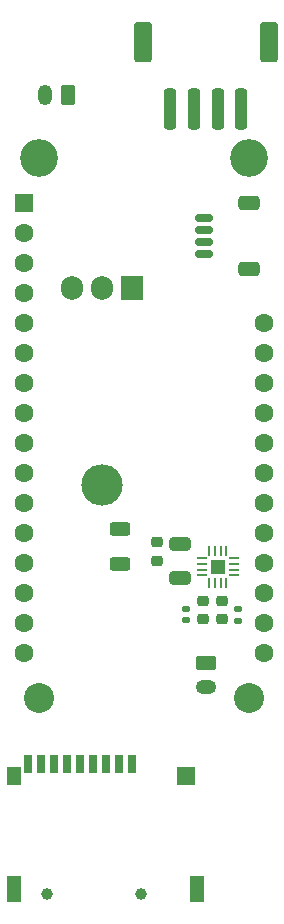
<source format=gbr>
%TF.GenerationSoftware,KiCad,Pcbnew,7.0.1*%
%TF.CreationDate,2023-03-30T16:52:30-04:00*%
%TF.ProjectId,system-board,73797374-656d-42d6-926f-6172642e6b69,rev?*%
%TF.SameCoordinates,Original*%
%TF.FileFunction,Soldermask,Top*%
%TF.FilePolarity,Negative*%
%FSLAX46Y46*%
G04 Gerber Fmt 4.6, Leading zero omitted, Abs format (unit mm)*
G04 Created by KiCad (PCBNEW 7.0.1) date 2023-03-30 16:52:30*
%MOMM*%
%LPD*%
G01*
G04 APERTURE LIST*
G04 Aperture macros list*
%AMRoundRect*
0 Rectangle with rounded corners*
0 $1 Rounding radius*
0 $2 $3 $4 $5 $6 $7 $8 $9 X,Y pos of 4 corners*
0 Add a 4 corners polygon primitive as box body*
4,1,4,$2,$3,$4,$5,$6,$7,$8,$9,$2,$3,0*
0 Add four circle primitives for the rounded corners*
1,1,$1+$1,$2,$3*
1,1,$1+$1,$4,$5*
1,1,$1+$1,$6,$7*
1,1,$1+$1,$8,$9*
0 Add four rect primitives between the rounded corners*
20,1,$1+$1,$2,$3,$4,$5,0*
20,1,$1+$1,$4,$5,$6,$7,0*
20,1,$1+$1,$6,$7,$8,$9,0*
20,1,$1+$1,$8,$9,$2,$3,0*%
G04 Aperture macros list end*
%ADD10R,0.700000X1.600000*%
%ADD11C,1.000000*%
%ADD12R,1.600000X1.500000*%
%ADD13R,1.200000X1.500000*%
%ADD14R,1.200000X2.200000*%
%ADD15RoundRect,0.150000X0.625000X-0.150000X0.625000X0.150000X-0.625000X0.150000X-0.625000X-0.150000X0*%
%ADD16RoundRect,0.250000X0.650000X-0.350000X0.650000X0.350000X-0.650000X0.350000X-0.650000X-0.350000X0*%
%ADD17RoundRect,0.218750X0.256250X-0.218750X0.256250X0.218750X-0.256250X0.218750X-0.256250X-0.218750X0*%
%ADD18RoundRect,0.140000X-0.170000X0.140000X-0.170000X-0.140000X0.170000X-0.140000X0.170000X0.140000X0*%
%ADD19RoundRect,0.250000X-0.625000X0.312500X-0.625000X-0.312500X0.625000X-0.312500X0.625000X0.312500X0*%
%ADD20RoundRect,0.250000X-0.625000X0.350000X-0.625000X-0.350000X0.625000X-0.350000X0.625000X0.350000X0*%
%ADD21O,1.750000X1.200000*%
%ADD22C,3.200000*%
%ADD23C,2.540000*%
%ADD24R,1.600000X1.600000*%
%ADD25C,1.600000*%
%ADD26RoundRect,0.250000X0.250000X1.500000X-0.250000X1.500000X-0.250000X-1.500000X0.250000X-1.500000X0*%
%ADD27RoundRect,0.250001X0.499999X1.449999X-0.499999X1.449999X-0.499999X-1.449999X0.499999X-1.449999X0*%
%ADD28RoundRect,0.250000X0.350000X0.625000X-0.350000X0.625000X-0.350000X-0.625000X0.350000X-0.625000X0*%
%ADD29O,1.200000X1.750000*%
%ADD30RoundRect,0.250000X-0.650000X0.325000X-0.650000X-0.325000X0.650000X-0.325000X0.650000X0.325000X0*%
%ADD31R,0.242474X0.857120*%
%ADD32RoundRect,0.121237X0.000000X0.307323X0.000000X-0.307323X0.000000X-0.307323X0.000000X0.307323X0*%
%ADD33RoundRect,0.121237X-0.307323X0.000000X-0.307323X0.000000X0.307323X0.000000X0.307323X0.000000X0*%
%ADD34R,1.250000X1.250000*%
%ADD35O,3.500000X3.500000*%
%ADD36R,1.905000X2.000000*%
%ADD37O,1.905000X2.000000*%
%ADD38RoundRect,0.225000X0.250000X-0.225000X0.250000X0.225000X-0.250000X0.225000X-0.250000X-0.225000X0*%
G04 APERTURE END LIST*
D10*
%TO.C,J1*%
X63300000Y-105350000D03*
X62200000Y-105350000D03*
X61100000Y-105350000D03*
X60000000Y-105350000D03*
X58900000Y-105350000D03*
X57800000Y-105350000D03*
X56700000Y-105350000D03*
X55600000Y-105350000D03*
X54500000Y-105350000D03*
D11*
X64100000Y-116350000D03*
X56100000Y-116350000D03*
D12*
X67900000Y-106350000D03*
D13*
X53300000Y-106350000D03*
D14*
X53300000Y-115950000D03*
X68800000Y-115950000D03*
%TD*%
D15*
%TO.C,J5*%
X69367893Y-62150000D03*
X69367893Y-61150000D03*
X69367893Y-60150000D03*
X69367893Y-59150000D03*
D16*
X73242893Y-63450000D03*
X73242893Y-57850000D03*
%TD*%
D17*
%TO.C,FB2*%
X69300000Y-93125550D03*
X69300000Y-91550550D03*
%TD*%
D18*
%TO.C,C3*%
X67900000Y-92250550D03*
X67900000Y-93210550D03*
%TD*%
D19*
%TO.C,R1*%
X62300000Y-85487500D03*
X62300000Y-88412500D03*
%TD*%
D20*
%TO.C,J2*%
X69600000Y-96850000D03*
D21*
X69600000Y-98850000D03*
%TD*%
D17*
%TO.C,FB1*%
X70900000Y-93125550D03*
X70900000Y-91550550D03*
%TD*%
D22*
%TO.C,A1*%
X55400000Y-54100000D03*
D23*
X55400000Y-99820000D03*
D22*
X73180000Y-54100000D03*
D23*
X73180000Y-99820000D03*
D24*
X54130000Y-57910000D03*
D25*
X54130000Y-60450000D03*
X54130000Y-62990000D03*
X54130000Y-65530000D03*
X54130000Y-68070000D03*
X54130000Y-70610000D03*
X54130000Y-73150000D03*
X54130000Y-75690000D03*
X54130000Y-78230000D03*
X54130000Y-80770000D03*
X54130000Y-83310000D03*
X54130000Y-85850000D03*
X54130000Y-88390000D03*
X54130000Y-90930000D03*
X54130000Y-93470000D03*
X54130000Y-96010000D03*
X74450000Y-96010000D03*
X74450000Y-93470000D03*
X74450000Y-90930000D03*
X74450000Y-88390000D03*
X74450000Y-85850000D03*
X74450000Y-83310000D03*
X74450000Y-80770000D03*
X74450000Y-78230000D03*
X74450000Y-75690000D03*
X74450000Y-73150000D03*
X74450000Y-70610000D03*
X74450000Y-68070000D03*
%TD*%
D26*
%TO.C,J4*%
X72550000Y-49950000D03*
X70550000Y-49950000D03*
X68550000Y-49950000D03*
X66550000Y-49950000D03*
D27*
X74900000Y-44200000D03*
X64200000Y-44200000D03*
%TD*%
D18*
%TO.C,C4*%
X72300000Y-92270550D03*
X72300000Y-93230550D03*
%TD*%
D28*
%TO.C,J3*%
X57900000Y-48750000D03*
D29*
X55900000Y-48750000D03*
%TD*%
D30*
%TO.C,C1*%
X67400000Y-86700000D03*
X67400000Y-89650000D03*
%TD*%
D31*
%TO.C,U1*%
X71300000Y-87300000D03*
D32*
X70800000Y-87300000D03*
X70300000Y-87300000D03*
X69800000Y-87300000D03*
D33*
X69199450Y-87900550D03*
X69199450Y-88400550D03*
X69199450Y-88900550D03*
X69199450Y-89400550D03*
D32*
X69800000Y-90001100D03*
X70300000Y-90001100D03*
X70800000Y-90001100D03*
X71300000Y-90001100D03*
D33*
X71900550Y-89400550D03*
X71900550Y-88900550D03*
X71900550Y-88400550D03*
X71900550Y-87900550D03*
D34*
X70550000Y-88650550D03*
%TD*%
D35*
%TO.C,Q1*%
X60800000Y-81760000D03*
D36*
X63340000Y-65100000D03*
D37*
X60800000Y-65100000D03*
X58260000Y-65100000D03*
%TD*%
D38*
%TO.C,C2*%
X65400000Y-88150000D03*
X65400000Y-86600000D03*
%TD*%
M02*

</source>
